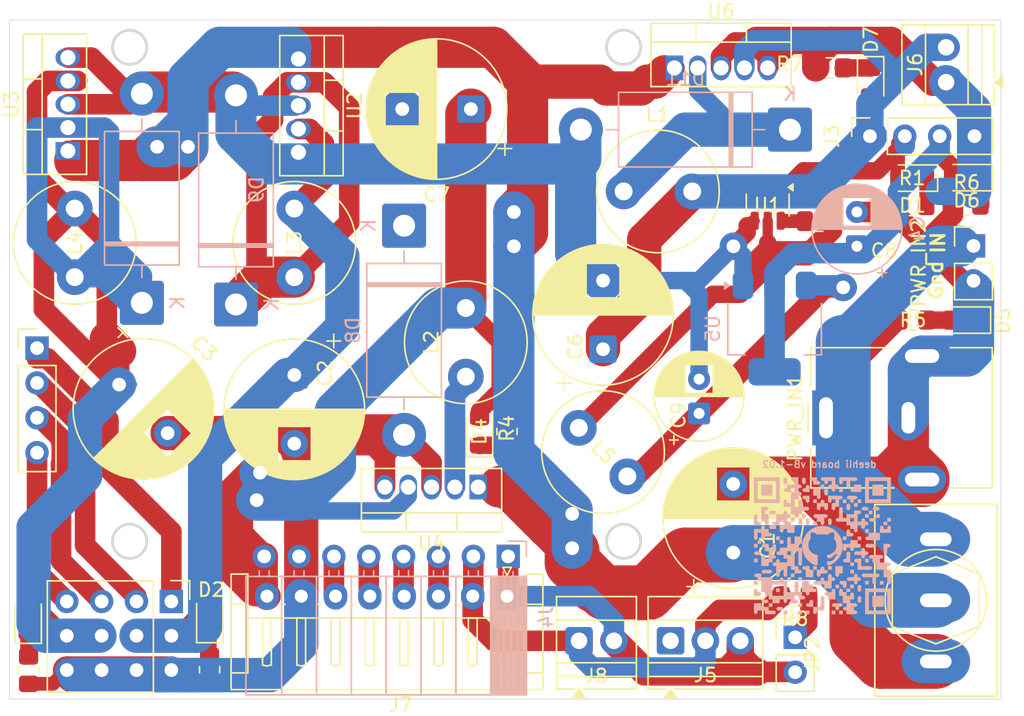
<source format=kicad_pcb>
(kicad_pcb (version 20241229) (generator "pcbnew") (generator_version "9.0")
  (layers (0 "F.Cu" signal) (2 "B.Cu" signal) (13 "F.Paste" user) (15 "B.Paste" user) (5 "F.SilkS" user "F.Silkscreen") (7 "B.SilkS" user "B.Silkscreen") (1 "F.Mask" user) (3 "B.Mask" user) (25 "Edge.Cuts" user))
  (net 0 "")
  (net 1 "GND")
  (net 2 "Net-(D1-K)")
  (net 3 "5V_Other")
  (net 4 "Net-(D3-K)")
  (net 5 "15V_ZDT")
  (net 6 "Net-(D2-K)")
  (net 7 "Net-(D4-K)")
  (net 8 "Net-(D5-A)")
  (net 9 "Net-(J1-Pin_1)")
  (net 10 "CAN_L")
  (net 11 "Net-(J1-Pin_4)")
  (net 12 "Net-(J1-Pin_2)")
  (net 13 "Net-(J1-Pin_3)")
  (net 14 "Net-(PWR_IN2-Pin_1)")
  (net 15 "CAN_H")
  (net 16 "15V_Other")
  (net 17 "3.3V_Other")
  (net 18 "Net-(D6-K)")
  (net 19 "Net-(D7-K)")
  (net 20 "Net-(JP2-A)")
  (net 21 "Net-(SW1A-B)")
  (net 22 "5V_Servo12")
  (net 23 "5V_Servo34")
  (net 24 "Net-(J4-Pin_6)")
  (net 25 "Net-(J4-Pin_3)")
  (net 26 "Net-(J4-Pin_5)")
  (net 27 "Net-(J4-Pin_4)")
  (net 28 "Net-(D8-K)")
  (net 29 "Net-(D9-K)")
  (net 30 "Net-(D11-K)")
  (net 31 "Net-(D10-K)")
  (net 32 "Net-(U1-SW)")
  (net 33 "Net-(U1-BST)")
  (footprint "LED_SMD:LED_0805_2012Metric_Pad1.15x1.40mm_HandSolder" (layer "F.Cu") (at 167.513299 95.218512 -90)
    (property "Reference" "D7")
    (property "Value" "LED")
  )
  (footprint "Inductor_THT:L_Radial_D8.7mm_P5.00mm_Fastron_07HCP" (layer "F.Cu") (at 125.513299 109.428512 90)
    (property "Reference" "L3")
    (property "Value" "100u")
  )
  (footprint "TerminalBlock:TerminalBlock_Xinya_XY308-2.54-2P_1x02_P2.54mm_Horizontal" (layer "F.Cu") (at 173.013299 95.218512 90)
    (property "Reference" "J6")
    (property "Value" "BoardPWR")
  )
  (footprint "Connector_PinHeader_2.54mm:PinHeader_1x02_P2.54mm_Vertical" (layer "F.Cu") (at 175.013299 107.153512)
    (property "Reference" "PWR_IN2")
    (property "Value" "Conn_01x02_Pin" (hide yes))
  )
  (footprint "Capacitor_THT:CP_Radial_D10.0mm_P5.00mm" (layer "F.Cu") (at 148.013299 114.678512 90)
    (property "Reference" "C6")
    (property "Value" "Cpol 1000uF")
  )
  (footprint "Connector_JST:JST_EH_S8B-EH_1x08_P2.50mm_Horizontal" (layer "F.Cu") (at 141.018299 132.678512 180)
    (property "Reference" "J7")
    (property "Value" "ZDT_Connector")
  )
  (footprint "TerminalBlock:TerminalBlock_Xinya_XY308-2.54-3P_1x03_P2.54mm_Horizontal" (layer "F.Cu") (at 152.933299 135.928512)
    (property "Reference" "J5")
    (property "Value" "CAN_Ext")
  )
  (footprint "Capacitor_THT:CP_Radial_D10.0mm_P5.00mm" (layer "F.Cu") (at 138.380976 97.178512 180)
    (property "Reference" "C7")
    (property "Value" "Cpol 1000uF")
  )
  (footprint "Capacitor_THT:CP_Radial_D10.0mm_P5.00mm" (layer "F.Cu") (at 112.745532 117.257058 -45)
    (property "Reference" "C3")
    (property "Value" "Cpol 1000uF")
  )
  (footprint "Capacitor_THT:CP_Radial_D6.3mm_P2.50mm" (layer "F.Cu") (at 155.013299 119.360892 90)
    (property "Reference" "C9")
    (property "Value" "Cpol 2x22uF")
  )
  (footprint "LED_SMD:LED_0805_2012Metric_Pad1.15x1.40mm_HandSolder" (layer "F.Cu") (at 106.116638 134.255349 90)
    (property "Reference" "D3" (hide yes))
    (property "Value" "LED" (hide yes))
  )
  (footprint "Connector_PinSocket_2.54mm:PinSocket_1x04_P2.54mm_Vertical" (layer "F.Cu") (at 167.463299 99.153512 90)
    (property "Reference" "J3")
    (property "Value" "Vcc_Out")
  )
  (footprint "Capacitor_THT:CP_Radial_D10.0mm_P5.00mm" (layer "F.Cu") (at 157.5 129.5 90)
    (property "Reference" "C1")
    (property "Value" "Cpol 1000uF")
  )
  (footprint "Resistor_SMD:R_0805_2012Metric_Pad1.20x1.40mm_HandSolder" (layer "F.Cu") (at 170.600924 112.554766 180)
    (property "Reference" "R5")
    (property "Value" "50k")
  )
  (footprint "Resistor_SMD:R_0805_2012Metric_Pad1.20x1.40mm_HandSolder" (layer "F.Cu") (at 162.013299 132.678512 180)
    (property "Reference" "R8")
    (property "Value" "120R")
  )
  (footprint "Inductor_THT:L_Radial_D8.7mm_P5.00mm_Fastron_07HCP" (layer "F.Cu") (at 146.245532 120.410745 -45)
    (property "Reference" "L5")
    (property "Value" "4.7u")
  )
  (footprint "LED_SMD:LED_0805_2012Metric_Pad1.15x1.40mm_HandSolder" (layer "F.Cu") (at 174.39892 112.559634 180)
    (property "Reference" "D5")
    (property "Value" "LED" (hide yes))
  )
  (footprint "Package_TO_SOT_THT:TO-220-5_Vertical" (layer "F.Cu") (at 109.013299 100.228512 90)
    (property "Reference" "U3")
    (property "Value" "LM2576HVT-5")
  )
  (footprint "Resistor_SMD:R_0805_2012Metric_Pad1.20x1.40mm_HandSolder" (layer "F.Cu") (at 119.339353 138.032664 90)
    (property "Reference" "R3" (hide yes))
    (property "Value" "5k")
  )
  (footprint "Package_TO_SOT_SMD:TSOT-23-6" (layer "F.Cu") (at 160.013299 104.178512 -90)
    (property "Reference" "U1")
    (property "Value" "AP63205WU")
  )
  (footprint "Package_TO_SOT_THT:TO-220-5_Vertical" (layer "F.Cu") (at 153.213299 94.178512)
    (property "Reference" "U6")
    (property "Value" "LM2576HVT-15")
  )
  (footprint "custom:PinHeader_3x04_P2.54mm_Vertical" (layer "F.Cu") (at 116.513299 135.562155 -90)
    (property "Reference" "J1" (hide yes))
    (property "Value" "Servo_Out" (hide yes))
  )
  (footprint "Resistor_SMD:R_0805_2012Metric_Pad1.20x1.40mm_HandSolder" (layer "F.Cu") (at 174.513299 104.178512)
    (property "Reference" "R6")
    (property "Value" "1k")
  )
  (footprint "Connector_PinHeader_2.54mm:PinHeader_1x04_P2.54mm_Vertical" (layer "F.Cu") (at 106.763299 114.598512)
    (property "Reference" "J2" (hide yes))
    (property "Value" "PWM_In")
  )
  (footprint "Capacitor_THT:CP_Radial_D10.0mm_P5.00mm" (layer "F.Cu") (at 125.513299 116.560835 -90)
    (property "Reference" "C2")
    (property "Value" "Cpol 1000uF")
  )
  (footprint "Resistor_SMD:R_0805_2012Metric_Pad1.20x1.40mm_HandSolder" (layer "F.Cu") (at 164.513299 94.178512)
    (property "Reference" "R7")
    (property "Value" "15k")
  )
  (footprint "Inductor_THT:L_Radial_D8.7mm_P5.00mm_Fastron_07HCP" (layer "F.Cu") (at 149.513299 103.178512)
    (property "Reference" "L1")
    (property "Value" "100u")
  )
  (footprint "Resistor_SMD:R_0805_2012Metric_Pad1.20x1.40mm_HandSolder" (layer "F.Cu") (at 170.562639 104.209763)
    (property "Reference" "R1")
    (property "Value" "5k")
  )
  (footprint "LED_SMD:LED_0805_2012Metric_Pad1.15x1.40mm_HandSolder" (layer "F.Cu") (at 170.537639 102.209763 180)
    (property "Reference" "D1")
    (property "Value" "LED")
  )
  (footprint "Connector_BarrelJack:BarrelJack_CUI_PJ-063AH_Horizontal" (layer "F.Cu") (at 164.263299 119.678512 90)
    (property "Reference" "PWR_IN1")
    (property "Value" "Barrel_Jack_MountingPin" (hide yes))
  )
  (footprint "Connector_PinHeader_2.54mm:PinHeader_1x02_P2.54mm_Vertical" (layer "F.Cu") (at 162.013299 135.678512)
    (property "Reference" "JP2")
    (property "Value" "Jumper_120R")
  )
  (footprint "LED_SMD:LED_0805_2012Metric_Pad1.15x1.40mm_HandSolder" (layer "F.Cu") (at 119.35342 134.20813 90)
    (property "Reference" "D2")
    (property "Value" "LED")
  )
  (footprint "LED_SMD:LED_0805_2012Metric_Pad1.15x1.40mm_HandSolder" (layer "F.Cu") (at 174.513299 102.178512 180)
    (property "Reference" "D6")
    (property "Value" "LED")
  )
  (footprint "Resistor_SMD:R_0805_2012Metric_Pad1.20x1.40mm_HandSolder" (layer "F.Cu") (at 106.149498 138.065719 90)
    (property "Reference" "R2" (hide yes))
    (property "Value" "5k" (hide yes))
  )
  (footprint "Capacitor_SMD:C_0805_2012Metric_Pad1.18x1.45mm_HandSolder" (layer "F.Cu") (at 163.761571 105.347482)
    (property "Reference" "C8")
    (property "Value" "100nF")
  )
  (footprint "Inductor_THT:L_Radial_D8.7mm_P5.00mm_Fastron_07HCP" (layer "F.Cu") (at 109.513299 109.428512 90)
    (property "Reference" "L4")
    (property "Value" "100u")
  )
  (footprint "TerminalBlock:TerminalBlock_Xinya_XY308-2.54-2P_1x02_P2.54mm_Horizontal" (layer "F.Cu") (at 146.263299 135.928512)
    (property "Reference" "J8")
    (property "Value" "BoardCAN")
  )
  (footprint "LED_SMD:LED_0805_2012Metric_Pad1.15x1.40mm_HandSolder" (layer "F.Cu") (at 139.013299 120.678512 90)
    (property "Reference" "D4")
    (property "Value" "LED")
  )
  (footprint "custom:SW_Toggle_Blue_wSlots" (layer "F.Cu") (at 172.263299 132.978512 90)
    (property "Reference" "SW1" (hide yes))
    (property "Value" "SW_DPDT_x2")
  )
  (footprint "Inductor_THT:L_Radial_D8.7mm_P5.00mm_Fastron_07HCP" (layer "F.Cu") (at 138.013299 116.678512 90)
    (property "Reference" "L2")
    (property "Value" "100u")
  )
  (footprint "Package_TO_SOT_THT:TO-220-5_Vertical" (layer "F.Cu") (at 138.913299 124.728512 180)
    (property "Reference" "U4")
    (property "Value" "LM2576HVT-15")
  )
  (footprint "Resistor_SMD:R_0805_2012Metric_Pad1.20x1.40mm_HandSolder" (layer "F.Cu") (at 141.013299 120.678512 -90)
    (property "Reference" "R4")
    (property "Value" "15k")
  )
  (footprint "Package_TO_SOT_THT:TO-220-5_Vertical" (layer "F.Cu") (at 125.813299 93.528512 -90)
    (property "Reference" "U2")
    (property "Value" "LM2576HVT-5")
  )
  (footprint "Package_TO_SOT_SMD:SOT-223-3_TabPin2" (layer "B.Cu") (at 160.513299 113.178512 -90)
    (property "Reference" "U5")
    (property "Value" "LD1117S33TR_SOT223")
  )
  (footprint "Diode_THT:D_DO-201AD_P15.24mm_Horizontal" (layer "B.Cu") (at 121.263299 111.418512 90)
    (property "Reference" "D9")
    (property "Value" "1N5822" (hide yes))
  )
  (footprint "Diode_THT:D_DO-201AD_P15.24mm_Horizontal" (layer "B.Cu") (at 133.513299 105.678512 -90)
    (property "Reference" "D8")
    (property "Value" "1N5822")
  )
  (footprint "Connector_PinSocket_2.54mm:PinSocket_1x08_P2.54mm_Horizontal" (layer "B.Cu") (at 141.098299 129.778512 90)
    (property "Reference" "J4")
    (property "Value" "ZDT_Pins")
  )
  (footprint "LOGO" (layer "B.Cu") (at 164 129 180)
    (property "Reference" "G***" (hide yes))
    (property "Value" "LOGO" (hide yes))
  )
  (footprint "Diode_THT:D_DO-201AD_P15.24mm_Horizontal" (layer "B.Cu") (at 114.402734 111.298512 90)
    (property "Reference" "D10" (hide yes))
    (property "Value" "1N5822")
  )
  (footprint "Capacitor_THT:CP_Radial_D6.3mm_P2.50mm" (layer "B.Cu") (at 166.513299 107.178512 90)
    (property "Reference" "C4")
    (property "Value" "Cpol 100uF" (hide yes))
  )
  (footprint "Diode_THT:D_DO-201AD_P15.24mm_Horizontal" (layer "B.Cu") (at 161.633299 98.678512 180)
    (property "Reference" "D11")
    (property "Value" "1N5822")
  )
  (gr_rect (start 104.763299 90.678512) (end 177.013299 140.178512) (stroke (width 0.05)) (fill no) (layer "Edge.Cuts"))
  (gr_circle (center 149.513299 128.678512) (end 150.763299 128.678512) (stroke (width 0.2)) (fill no) (layer "Edge.Cuts"))
  (gr_circle (center 113.513299 128.678512) (end 114.763299 128.678512) (stroke (width 0.2)) (fill no) (layer "Edge.Cuts"))
  (gr_circle (center 113.513299 92.678512) (end 114.763299 92.678512) (stroke (width 0.2)) (fill no) (layer "Edge.Cuts"))
  (gr_circle (center 149.513299 92.678512) (end 150.763299 92.678512) (stroke (width 0.2)) (fill no) (layer "Edge.Cuts"))
  (gr_text "Gnd" (at 172.849978 111.186596 90) (layer "F.SilkS") (effects (font (size 1 1) (thickness 0.2) (bold yes)) (justify left bottom)))
  (gr_text "IN" (at 173.013299 107.813014 90) (layer "F.SilkS") (effects (font (size 1 1) (thickness 0.2) (bold yes)) (justify left bottom)))
  (gr_text "deehli board vB-1.02" (at 168 123.359238 0) (layer "B.SilkS") (effects (font (size 0.5 0.5) (thickness 0.1)) (justify left bottom mirror)))
  (segment (start 157.655321 92.327512) (end 158.971277 92.327512) (width 1.5) (layer "F.Cu") (net 1))
  (segment (start 166.513299 135.678512) (end 166.513299 127.178512) (width 4) (layer "F.Cu") (net 1))
  (segment (start 109.262299 138.677512) (end 110.263299 138.677512) (width 2) (layer "F.Cu") (net 1))
  (segment (start 127.165622 120.918512) (end 127.039702 120.792592) (width 2.5) (layer "F.Cu") (net 1))
  (segment (start 171.342868 106.848943) (end 174.187438 109.693512) (width 1.5) (layer "F.Cu") (net 1))
  (segment (start 172.263299 137.428512) (end 168.263299 137.428512) (width 4) (layer "F.Cu") (net 1))
  (segment (start 135.513299 122.918512) (end 135.513299 124.728512) (width 1.5) (layer "F.Cu") (net 1))
  (segment (start 158.513299 106.178512) (end 157.513299 107.178512) (width 1.27) (layer "F.Cu") (net 1))
  (segment (start 171.542868 106.848943) (end 171.342868 106.848943) (width 1.5) (layer "F.Cu") (net 1))
  (segment (start 110.72635 93.428512) (end 109.013299 93.428512) (width 1.5) (layer "F.Cu") (net 1))
  (segment (start 158.875799 105.316012) (end 158.513299 105.678512) (width 0.75) (layer "F.Cu") (net 1))
  (segment (start 170.263299 123.076512) (end 170.212299 123.127512) (width 3) (layer "F.Cu") (net 1))
  (segment (start 158.971277 92.327512) (end 160.013299 93.369534) (width 1.5) (layer "F.Cu") (net 1))
  (segment (start 162.013299 92.178512) (end 163.013299 92.178512) (width 1.27) (layer "F.Cu") (net 1))
  (segment (start 169.013299 92.178512) (end 164.654349 92.178512) (width 2) (layer "F.Cu") (net 1))
  (segment (start 175.42392 112.559634) (end 175.42392 110.104133) (width 1.27) (layer "F.Cu") (net 1))
  (segment (start 116.553299 138.062155) (end 117.523808 139.032664) (width 1) (layer "F.Cu") (net 1))
  (segment (start 141.013299 119.678512) (end 141.713299 119.678512) (width 1.27) (layer "F.Cu") (net 1))
  (segment (start 127.165622 120.918512) (end 130.513299 120.918512) (width 3) (layer "F.Cu") (net 1))
  (segment (start 164.654349 92.178512) (end 163.013299 92.178512) (width 2) (layer "F.Cu") (net 1))
  (segment (start 127.039702 120.792592) (end 123.013299 120.792592) (width 2.5) (layer "F.Cu") (net 1))
  (segment (start 124.745056 120.792592) (end 125.513299 121.560835) (width 2.5) (layer "F.Cu") (net 1))
  (segment (start 133.513299 120.918512) (end 135.513299 122.918512) (width 1.5) (layer "F.Cu") (net 1))
  (segment (start 169.172438 104.678512) (end 171.342868 106.848943) (width 1.5) (layer "F.Cu") (net 1))
  (segment (start 169.562639 104.909763) (end 170.331388 105.678512) (width 1) (layer "F.Cu") (net 1))
  (segment (start 159.063299 105.316012) (end 158.875799 105.316012) (width 0.75) (layer "F.Cu") (net 1))
  (segment (start 156.613299 94.178512) (end 156.613299 93.369534) (width 1.5) (layer "F.Cu") (net 1))
  (segment (start 163.513299 124.5) (end 168.839811 124.5) (width 4) (layer "F.Cu") (net 1))
  (segment (start 173.013299 108.895593) (end 173.811218 109.693512) (width 1) (layer "F.Cu") (net 1))
  (segment (start 171.263299 124.178512) (end 169.513299 124.178512) (width 4) (layer "F.Cu") (net 1))
  (segment (start 166.191811 127.178512) (end 163.513299 124.5) (width 4) (layer "F.Cu") (net 1))
  (segment (start 116.281066 120.792592) (end 123.013299 120.792592) (width 2.5) (layer "F.Cu") (net 1))
  (segment (start 173.513299 104.178512) (end 173.513299 104.878512) (width 1.5) (layer "F.Cu") (net 1))
  (segment (start 108.933299 138.062155) (end 108.933299 138.348512) (width 2) (layer "F.Cu") (net 1))
  (segment (start 158.513299 105.678512) (end 158.513299 106.178512) (width 1.27) (layer "F.Cu") (net 1))
  (segment (start 109.013299 96.828512) (end 113.5292 96.828512) (width 1.5) (layer "F.Cu") (net 1))
  (segment (start 114.4192 95.938512) (end 121.023299 95.938512) (width 3) (layer "F.Cu") (net 1))
  (segment (start 168.839811 124.5) (end 170.212299 123.127512) (width 4) (layer "F.Cu") (net 1))
  (segment (start 132.113299 122.518512) (end 130.513299 120.918512) (width 1.5) (layer "F.Cu") (net 1))
  (segment (start 123.013299 120.792592) (end 124.745056 120.792592) (width 2.5) (layer "F.Cu") (net 1))
  (segment (start 163.013299 92.178512) (end 159.175831 92.178512) (width 2) (layer "F.Cu") (net 1))
  (segment (start 106.149498 139.065719) (end 107.929735 139.065719) (width 1) (layer "F.Cu") (net 1))
  (segment (start 166.513299 127.178512) (end 166.191811 127.178512) (width 4) (layer "F.Cu") (net 1))
  (segment (start 132.113299 124.728512) (end 132.113299 122.518512) (width 1.5) (layer "F.Cu") (net 1))
  (segment (start 168.263299 137.428512) (end 166.513299 135.678512) (width 4) (layer "F.Cu") (net 1))
  (segment (start 126.018299 122.065835) (end 126.018299 132.678512) (width 2.5) (layer "F.Cu") (net 1))
  (segment (start 175.42392 110.104133) (end 175.013299 109.693512) (width 1.27) (layer "F.Cu") (net 1))
  (segment (start 130.513299 120.918512) (end 133.513299 120.918512) (width 3) (layer "F.Cu") (net 1))
  (segment (start 171.263299 124.178512) (end 170.212299 123.127512) (width 4) (layer "F.Cu") (net 1))
  (segment (start 156.613299 93.369534) (end 157.655321 92.327512) (width 1.5) (layer "F.Cu") (net 1))
  (segment (start 108.933299 138.348512) (end 109.262299 138.677512) (width 2) (layer "F.Cu") (net 1))
  (segment (start 117.523808 139.032664) (end 119.339353 139.032664) (width 1) (layer "F.Cu") (net 1))
  (segment (start 132.113299 124.728512) (end 132.113299 122.318512) (width 1.5) (layer "F.Cu") (net 1))
  (segment (start 157.5 124.5) (end 163.513299 124.5) (width 4) (layer "F.Cu") (net 1))
  (segment (start 132.113299 122.318512) (end 133.513299 120.918512) (width 1.5) (layer "F.Cu") (net 1))
  (segment (start 169.513299 124.178512) (end 166.513299 127.178512) (width 4) (layer "F.Cu") (net 1))
  (segment (start 163.513299 93.319562) (end 163.513299 94.178512) (width 2) (layer "F.Cu") (net 1))
  (segment (start 108.933299 138.062155) (end 116.553299 138.062155) (width 2) (layer "F.Cu") (net 1))
  (segment (start 110.72635 93.428512) (end 113.252816 95.954978) (width 1.5) (layer "F.Cu") (net 1))
  (segment (start 173.811218 109.693512) (end 175.013299 109.693512) (width 1) (layer "F.Cu") (net 1))
  (segment (start 174.187438 109.693512) (end 175.013299 109.693512) (width 1.5) (layer "F.Cu") (net 1))
  (segment (start 173.013299 95.218512) (end 172.053299 95.218512) (width 2) (layer "F.Cu") (net 1))
  (segment (start 113.252816 95.954978) (end 114.402734 95.954978) (width 1.5) (layer "F.Cu") (net 1))
  (segment (start 110.263299 138.677512) (end 116.513299 138.677512) (width 2) (layer "F.Cu") (net 1))
  (segment (start 114.402734 95.954978) (end 114.4192 95.938512) (width 3) (layer "F.Cu") (net 1))
  (segment (start 173.513299 104.878512) (end 171.542868 106.848943) (width 1.5) (layer "F.Cu") (net 1))
  (segment (start 121.023299 95.938512) (end 121.263299 96.178512) (width 3) (layer "F.Cu") (net 1))
  (segment (start 166.513299 104.678512) (end 169.172438 104.678512) (width 1.5) (layer "F.Cu") (net 1))
  (segment (start 160.013299 94.178512) (end 162.013299 92.178512) (width 1.27) (layer "F.Cu") (net 1))
  (segment (start 126.018299 122.065835) (end 127.165622 120.918512) (width 3) (layer "F.Cu") (net 1))
  (segment (start 107.929735 139.065719) (end 108.933299 138.062155) (width 1) (layer "F.Cu") (net 1))
  (segment (start 113.5292 96.828512) (end 114.402734 95.954978) (width 1.5) (layer "F.Cu") (net 1))
  (segment (start 125.513299 121.560835) (end 126.018299 122.065835) (width 2.5) (layer "F.Cu") (net 1))
  (segment (start 125.858299 132.523512) (end 126.013299 132.678512) (width 1.5) (layer "F.Cu") (net 1))
  (segment (start 169.562639 104.209763) (end 169.562639 104.909763) (width 1) (layer "F.Cu") (net 1))
  (segment (start 172.053299 95.218512) (end 169.013299 92.178512) (width 2) (layer "F.Cu") (net 1))
  (segment (start 164.654349 92.178512) (end 163.513299 93.319562) (width 2) (layer "F.Cu") (net 1))
  (segment (start 160.013299 93.369534) (end 160.013299 94.178512) (width 1.5) (layer "F.Cu") (net 1))
  (segment (start 170.263299 119.678512) (end 170.263299 123.076512) (width 3) (layer "F.Cu") (net 1))
  (via (at 157.513299 107.178512) (size 2) (drill 1) (layers "F.Cu" "B.Cu") (net 1))
  (segment (start 118.513299 138.427512) (end 120.013299 138.427512) (width 2.5) (layer "B.Cu") (net 1))
  (segment (start 175.053299 103.178512) (end 175.053299 99.183512) (width 2) (layer "B.Cu") (net 1))
  (segment (start 175.053299 103.178512) (end 175.053299 97.258512) (width 2.5) (layer "B.Cu") (net 1))
  (segment (start 116.553299 138.218512) (end 117.013299 138.678512) (width 2) (layer "B.Cu") (net 1))
  (segment (start 146.393299 98.678512) (end 146.393299 100.798512) (width 3) (layer "B.Cu") (net 1))
  (segment (start 175.012299 114.679512) (end 175.012299 111.678512) (width 3) (layer "B.Cu") (net 1))
  (segment (start 155.013299 110.678512) (end 155.013299 116.860892) (width 1.27) (layer "B.Cu") (net 1))
  (segment (start 133.513299 101.178512) (end 123.488799 101.178512) (width 3) (layer "B.Cu") (net 1))
  (segment (start 146.013299 101.178512) (end 146.013299 107.678512) (width 3) (layer "B.Cu") (net 1))
  (segment (start 133.513299 101.178512) (end 146.013299 101.178512) (width 3) (layer "B.Cu") (net 1))
  (segment (start 116.553299 138.062155) (end 116.553299 138.218512) (width 2) (layer "B.Cu") (net 1))
  (segment (start 175.083299 97.288512) (end 173.013299 95.218512) (width 2) (layer "B.Cu") (net 1))
  (segment (start 148.013299 109.678512) (end 154.013299 109.678512) (width 1.27) (layer "B.Cu") (net 1))
  (segment (start 125.563299 96.928512) (end 122.013299 96.928512) (width 1.5) (layer "B.Cu") (net 1))
  (segment (start 133.380976 101.046189) (end 133.513299 101.178512) (width 3) (layer "B.Cu") (net 1))
  (segment (start 175.012299 111.678512) (end 175.012299 110.477117) (width 3) (layer "B.Cu") (net 1))
  (segment (start 121.263299 98.953012) (end 121.263299 96.178512) (width 3) (layer "B.Cu") (net 1))
  (segment (start 172.513299 103.178512) (end 175.053299 103.178512) (width 2) (layer "B.Cu") (net 1))
  (segment (start 123.764299 138.427512) (end 126.018299 136.173512) (width 2.5) (layer "B.Cu") (net 1))
  (segment (start 175.083299 99.153512) (end 175.083299 97.288512) (width 2) (layer "B.Cu") (net 1))
  (segment (start 170.263299 116.178512) (end 170.263299 119.678512) (width 3) (layer "B.Cu") (net 1))
  (segment (start 174.513299 115.178512) (end 175.012299 114.679512) (width 3) (layer "B.Cu") (net 1))
  (segment (start 158.213299 107.878512) (end 157.513299 107.178512) (width 1.27) (layer "B.Cu") (net 1))
  (segment (start 175.012299 111.678512) (end 175.012299 111.179512) (width 3) (layer "B.Cu") (net 1))
  (segment (start 120.013299 138.427512) (end 109.513299 138.427512) (width 2.5) (layer "B.Cu") (net 1))
  (segment (start 155.013299 109.678512) (end 157.513299 107.178512) (width 1.27) (layer "B.Cu") (net 1))
  (segment (start 133.380976 97.178512) (end 133.380976 101.046189) (width 3) (layer "B.Cu") (net 1))
  (segment (start 146.393299 100.798512) (end 146.013299 101.178512) (width 3) (layer "B.Cu") (net 1))
  (segment (start 175.053299 97.258512) (end 173.013299 95.218512) (width 2.5) (layer "B.Cu") (net 1))
  (segment (start 146.013299 107.678512) (end 148.013299 109.678512) (width 3) (layer "B.Cu") (net 1))
  (segment (start 158.213299 110.028512) (end 158.213299 107.878512) (width 1.27) (layer "B.Cu") (net 1))
  (segment (start 154.013299 109.678512) (end 155.013299 110.678512) (width 1.27) (layer "B.Cu") (net 1))
  (segment (start 123.488799 101.178512) (end 121.263299 98.953012) (width 3) (layer "B.Cu") (net 1))
  (segment (start 171.263299 115.178512) (end 170.263299 116.178512) (width 3) (layer "B.Cu") (net 1))
  (segment (start 175.053299 99.183512) (end 175.083299 99.153512) (width 2) (layer "B.Cu") (net 1))
  (segment (start 118.513299 138.427512) (end 117.013299 138.427512) (width 2.5) (layer "B.Cu") (net 1))
  (segment (start 126.018299 136.173512) (end 126.018299 132.678512) (width 2.5) (layer "B.Cu") (net 1))
  (segment (start 175.012299 111.179512) (end 175.013299 111.178512) (width 3) (layer "B.Cu") (net 1))
  (segment (start 118.513299 138.427512) (end 114.513299 138.427512) (width 2.5) (layer "B.Cu") (net 1))
  (segment (start 171.263299 115.178512) (end 174.513299 115.178512) (width 3) (layer "B.Cu") (net 1))
  (segment (start 120.013299 138.427512) (end 123.764299 138.427512) (width 2.5) (layer "B.Cu") (net 1))
  (segment (start 154.013299 109.678512) (end 155.013299 109.678512) (width 1.27) (layer "B.Cu") (net 1))
  (segment (start 122.013299 96.928512) (end 121.263299 96.178512) (width 1.5) (layer "B.Cu") (net 1))
  (segment (start 171.562639 102.209763) (end 171.562639 104.209763) (width 1) (layer "F.Cu") (net 2))
  (segment (start 165.513299 110.178512) (end 164.195679 110.178512) (width 1.5) (layer "F.Cu") (net 3))
  (segment (start 150.427912 123.946279) (end 155.013299 119.360892) (width 1.5) (layer "F.Cu") (net 3))
  (segment (start 169.512639 102.209763) (end 169.512639 99.644172) (width 1) (layer "F.Cu") (net 3))
  (segment (start 169.512639 99.644172) (end 170.003299 99.153512) (width 1) (layer "F.Cu") (net 3))
  (segment (start 161.25444 103.041012) (end 162.61694 101.678512) (width 1.27) (layer "F.Cu") (net 3))
  (segment (start 162.61694 101.678512) (end 168.013299 101.678512) (width 1.27) (layer "F.Cu") (net 3))
  (segment (start 168.013299 101.678512) (end 170.003299 99.688512) (width 1.27) (layer "F.Cu") (net 3))
  (segment (start 149.781066 123.946279) (end 150.427912 123.946279) (width 1.5) (layer "F.Cu") (net 3))
  (segment (start 170.003299 99.688512) (end 170.003299 99.153512) (width 1.27) (layer "F.Cu") (net 3))
  (segment (start 164.195679 110.178512) (end 155.013299 119.360892) (width 1.5) (layer "F.Cu") (net 3))
  (via (at 165.513299 110.178512) (size 2) (drill 1) (layers "F.Cu" "B.Cu") (net 3))
  (segment (start 165.363299 110.028512) (end 165.513299 110.178512) (width 1.5) (layer "B.Cu") (net 3))
  (segment (start 170.003299 99.153512) (end 170.003299 99.843968) (width 1.5) (layer "B.Cu") (net 3))
  (segment (start 162.813299 110.028512) (end 165.363299 110.028512) (width 1.5) (layer "B.Cu") (net 3))
  (segment (start 106.037098 135.370912) (end 106.037098 137.154713) (width 1) (layer "F.Cu") (net 4))
  (segment (start 106.037098 137.154713) (end 106.013299 137.178512) (width 1) (layer "F.Cu") (net 4))
  (segment (start 140.513299 117.678512) (end 140.513299 114.178512) (width 1.27) (layer "F.Cu") (net 5))
  (segment (start 121.013299 127.678512) (end 121.013299 125.678512) (width 3) (layer "F.Cu") (net 5))
  (segment (start 122.768299 123.923512) (end 123.013299 123.678512) (width 2.5) (layer "F.Cu") (net 5))
  (segment (start 138.013299 97.546189) (end 138.380976 97.178512) (width 3) (layer "F.Cu") (net 5))
  (segment (start 122.768299 125.678512) (end 122.768299 123.923512) (width 2.5) (layer "F.Cu") (net 5))
  (segment (start 139.013299 119.653512) (end 139.013299 119.178512) (width 1.27) (layer "F.Cu") (net 5))
  (segment (start 123.318299 129.778512) (end 123.318299 132.478512) (width 2) (layer "F.Cu") (net 5))
  (segment (start 123.518299 132.678512) (end 122.768299 131.928512) (width 2) (layer "F.Cu") (net 5))
  (segment (start 139.013299 119.178512) (end 140.513299 117.678512) (width 1.27) (layer "F.Cu") (net 5))
  (segment (start 122.768299 131.928512) (end 121.013299 130.173512) (width 3) (layer "F.Cu") (net 5))
  (segment (start 121.013299 130.173512) (end 121.013299 127.678512) (width 3) (layer "F.Cu") (net 5))
  (segment (start 138.013299 111.678512) (end 138.013299 97.546189) (width 3) (layer "F.Cu") (net 5))
  (segment (start 123.318299 132.478512) (end 123.518299 132.678512) (width 2) (layer "F.Cu") (net 5))
  (segment (start 121.013299 125.678512) (end 122.768299 123.923512) (width 3) (layer "F.Cu") (net 5))
  (segment (start 123.113299 129.778512) (end 121.013299 127.678512) (width 2) (layer "F.Cu") (net 5))
  (segment (start 140.513299 114.178512) (end 138.013299 111.678512) (width 1.27) (layer "F.Cu") (net 5))
  (segment (start 123.318299 129.778512) (end 123.113299 129.778512) (width 2) (layer "F.Cu") (net 5))
  (via (at 123.013299 123.678512) (size 2) (drill 1) (layers "F.Cu" "B.Cu") (net 5))
  (via (at 122.768299 125.678512) (size 2) (drill 1) (layers "F.Cu" "B.Cu") (net 5))
  (segment (start 125.013299 125.678512) (end 123.013299 123.678512) (width 3) (layer "B.Cu") (net 5))
  (segment (start 133.813299 124.728512) (end 133.813299 125.374856) (width 1.27) (layer "B.Cu") (net 5))
  (segment (start 132.723643 126.464512) (end 126.799299 126.464512) (width 1.27) (layer "B.Cu") (net 5))
  (segment (start 126.799299 126.464512) (end 126.013299 125.678512) (width 1.27) (layer "B.Cu") (net 5))
  (segment (start 128.513299 119.178512) (end 128.513299 123.178512) (width 3) (layer "B.Cu") (net 5))
  (segment (start 128.513299 123.178512) (end 126.013299 125.678512) (width 3) (layer "B.Cu") (net 5))
  (segment (start 133.813299 125.374856) (end 132.723643 126.464512) (width 1.27) (layer "B.Cu") (net 5))
  (segment (start 138.013299 111.678512) (end 136.013299 111.678512) (width 3) (layer "B.Cu") (net 5))
  (segment (start 136.013299 111.678512) (end 128.513299 119.178512) (width 3) (layer "B.Cu") (net 5))
  (segment (start 126.013299 125.678512) (end 125.013299 125.678512) (width 2.5) (layer "B.Cu") (net 5))
  (segment (start 126.013299 125.678512) (end 122.768299 125.678512) (width 3) (layer "B.Cu") (net 5))
  (segment (start 119.35342 137.018597) (end 119.339353 137.032664) (width 1) (layer "F.Cu") (net 6))
  (segment (start 119.378765 137.164445) (end 119.364698 137.178512) (width 1.27) (layer "F.Cu") (net 6))
  (segment (start 119.35342 135.23313) (end 119.35342 137.018597) (width 1) (layer "F.Cu") (net 6))
  (segment (start 141.013299 121.678512) (end 139.038299 121.678512) (width 1.27) (layer "F.Cu") (net 7))
  (segment (start 139.038299 121.678512) (end 139.013299 121.703512) (width 1.27) (layer "F.Cu") (net 7))
  (segment (start 173.37392 112.559634) (end 171.605792 112.559634) (width 1.27) (layer "F.Cu") (net 8))
  (segment (start 171.605792 112.559634) (end 171.600924 112.554766) (width 1.27) (layer "F.Cu") (net 8))
  (segment (start 107.509298 115.337512) (end 108.564299 116.392513) (width 1.5) (layer "F.Cu") (net 9))
  (segment (start 106.763299 115.337512) (end 107.509298 115.337512) (width 1.5) (layer "F.Cu") (net 9))
  (segment (start 108.564299 116.418358) (end 111.964299 119.818358) (width 1.5) (layer "F.Cu") (net 9))
  (segment (start 116.553299 127.968512) (end 116.553299 133.062155) (width 1.5) (layer "F.Cu") (net 9))
  (segment (start 111.966299 123.381512) (end 116.553299 127.968512) (width 1.5) (layer "F.Cu") (net 9))
  (segment (start 111.9663 120.063358) (end 111.966299 123.381512) (width 1.5) (layer "F.Cu") (net 9))
  (segment (start 106.763299 114.598512) (end 106.763299 115.337512) (width 1.5) (layer "F.Cu") (net 9))
  (segment (start 111.964299 119.818358) (end 111.964299 120.061359) (width 1.5) (layer "F.Cu") (net 9))
  (segment (start 111.964299 120.061359) (end 111.9663 120.063358) (width 1.5) (layer "F.Cu") (net 9))
  (segment (start 108.564299 116.392513) (end 108.564299 116.418358) (width 1.5) (layer "F.Cu") (net 9))
  (segment (start 158.013299 137.193512) (end 159.013299 138.193512) (width 2) (layer "F.Cu") (net 10))
  (segment (start 158.013299 135.928512) (end 158.013299 137.193512) (width 2) (layer "F.Cu") (net 10))
  (segment (start 141.098299 129.778512) (end 141.098299 132.593512) (width 1.5) (layer "F.Cu") (net 10))
  (segment (start 141.098299 132.593512) (end 141.013299 132.678512) (width 1.5) (layer "F.Cu") (net 10))
  (segment (start 159.263299 138.193512) (end 157.013299 138.193512) (width 2) (layer "F.Cu") (net 10))
  (segment (start 159.013299 138.193512) (end 159.263299 138.193512) (width 2) (layer "F.Cu") (net 10))
  (segment (start 162.008299 138.193512) (end 159.263299 138.193512) (width 1.5) (layer "F.Cu") (net 10))
  (segment (start 157.013299 138.193512) (end 151.068299 138.193512) (width 2) (layer "F.Cu") (net 10))
  (segment (start 151.068299 138.193512) (end 148.803299 135.928512) (width 2) (layer "F.Cu") (net 10))
  (segment (start 158.013299 137.193512) (end 157.013299 138.193512) (width 2) (layer "F.Cu") (net 10))
  (segment (start 146.967512 132.678512) (end 148.803299 134.514299) (width 1.5) (layer "B.Cu") (net 10))
  (segment (start 148.803299 134.514299) (end 148.803299 135.928512) (width 1.5) (layer "B.Cu") (net 10))
  (segment (start 146.967512 132.678512) (end 141.018299 132.678512) (width 1.5) (layer "B.Cu") (net 10))
  (segment (start 106.763299 130.892155) (end 108.933299 133.062155) (width 1.5) (layer "F.Cu") (net 11))
  (segment (start 106.763299 122.218512) (end 106.763299 130.892155) (width 1.5) (layer "F.Cu") (net 11))
  (segment (start 110.263299 120.765935) (end 110.265299 120.767936) (width 1.5) (layer "F.Cu") (net 12))
  (segment (start 106.878876 117.138512) (end 110.263299 120.522935) (width 1.5) (layer "F.Cu") (net 12))
  (segment (start 106.763299 117.138512) (end 106.878876 117.138512) (width 1.5) (layer "F.Cu") (net 12))
  (segment (start 110.265299 128.967461) (end 114.013299 132.715461) (width 1.5) (layer "F.Cu") (net 12))
  (segment (start 114.013299 132.715461) (end 114.013299 133.062155) (width 1.5) (layer "F.Cu") (net 12))
  (segment (start 110.265299 120.767936) (end 110.265299 128.967461) (width 1.5) (layer "F.Cu") (net 12))
  (segment (start 110.263299 120.522935) (end 110.263299 120.765935) (width 1.5) (layer "F.Cu") (net 12))
  (segment (start 108.564299 121.472513) (end 108.564299 122.964511) (width 1.5) (layer "F.Cu") (net 13))
  (segment (start 108.513299 130.102155) (end 109.672299 131.261155) (width 1.5) (layer "F.Cu") (net 13))
  (segment (start 108.513299 123.015511) (end 108.513299 130.102155) (width 1.5) (layer "F.Cu") (net 13))
  (segment (start 106.763299 119.678512) (end 107.013299 119.678512) (width 1.5) (layer "F.Cu") (net 13))
  (segment (start 109.672299 131.261155) (end 109.679298 131.261155) (width 1.5) (layer "F.Cu") (net 13))
  (segment (start 108.564299 122.964511) (end 108.513299 123.015511) (width 1.5) (layer "F.Cu") (net 13))
  (segment (start 110.734299 132.323155) (end 111.473299 133.062155) (width 1.5) (layer "F.Cu") (net 13))
  (segment (start 110.734299 132.316156) (end 110.734299 132.323155) (width 1.5) (layer "F.Cu") (net 13))
  (segment (start 108.513299 121.178512) (end 108.513299 121.421513) (width 1.5) (layer "F.Cu") (net 13))
  (segment (start 109.679298 131.261155) (end 110.734299 132.316156) (width 1.5) (layer "F.Cu") (net 13))
  (segment (start 108.513299 121.421513) (end 108.564299 121.472513) (width 1.5) (layer "F.Cu") (net 13))
  (segment (start 107.013299 119.678512) (end 108.513299 121.178512) (width 1.5) (layer "F.Cu") (net 13))
  (segment (start 164.263299 117.892391) (end 164.263299 119.678512) (width 1.27) (layer "F.Cu") (net 14))
  (segment (start 169.600924 112.554766) (end 164.263299 117.892391) (width 1.27) (layer "F.Cu") (net 14))
  (segment (start 165.513299 123.70541) (end 165.513299 114.178512) (width 4) (layer "B.Cu") (net 14))
  (segment (start 172.513299 107.178512) (end 165.513299 114.178512) (width 3) (layer "B.Cu") (net 14))
  (segment (start 170.336401 128.528512) (end 165.513299 123.70541) (width 4) (layer "B.Cu") (net 14))
  (segment (start 174.038299 107.153512) (end 174.013299 107.178512) (width 1.5) (layer "B.Cu") (net 14))
  (segment (start 172.263299 128.528512) (end 170.336401 128.528512) (width 4) (layer "B.Cu") (net 14))
  (segment (start 175.013299 107.153512) (end 174.038299 107.153512) (width 1.5) (layer "B.Cu") (net 14))
  (segment (start 174.013299 107.178512) (end 172.513299 107.178512) (width 3) (layer "B.Cu") (net 14))
  (segment (start 138.558299 132.633512) (end 138.513299 132.678512) (width 1.5) (layer "F.Cu") (net 15))
  (segment (start 155.473299 134.718512) (end 155.473299 135.928512) (width 1.5) (layer "F.Cu") (net 15))
  (segment (start 146.263299 135.928512) (end 140.038299 135.928512) (width 1.5) (layer "F.Cu") (net 15))
  (segment (start 156.513299 133.678512) (end 155.473299 134.718512) (width 1.5) (layer "F.Cu") (net 15))
  (segment (start 156.513299 133.678512) (end 160.013299 133.678512) (width 1.5) (layer "F.Cu") (net 15))
  (segment (start 140.038299 135.928512) (end 138.513299 134.403512) (width 1.5) (layer "F.Cu") (net 15))
  (segment (start 138.558299 129.778512) (end 138.558299 132.633512) (width 1.5) (layer "F.Cu") (net 15))
  (segment (start 138.513299 134.403512) (end 138.513299 132.678512) (width 1.5) (layer "F.Cu") (net 15))
  (segment (start 160.013299 133.678512) (end 161.013299 132.678512) (width 1.5) (layer "F.Cu") (net 15))
  (segment (start 155.473299 137.342725) (end 155.473299 135.928512) (width 1.5) (layer "B.Cu") (net 15))
  (segment (start 154.936512 137.879512) (end 155.473299 137.342725) (width 1.5) (layer "B.Cu") (net 15))
  (segment (start 147.214299 137.879512) (end 154.936512 137.879512) (width 1.5) (layer "B.Cu") (net 15))
  (segment (start 146.263299 136.928512) (end 147.214299 137.879512) (width 1.5) (layer "B.Cu") (net 15))
  (segment (start 146.263299 135.928512) (end 146.263299 136.928512) (width 1.5) (layer "B.Cu") (net 15))
  (segment (start 151.013299 110.678512) (end 148.013299 113.678512) (width 2.5) (layer "F.Cu") (net 16))
  (segment (start 154.513299 103.178512) (end 159.122677 103.178512) (width 2) (layer "F.Cu") (net 16))
  (segment (start 154.650799 103.041012) (end 154.513299 103.178512) (width 1.5) (layer "F.Cu") (net 16))
  (segment (start 167.513299 96.243512) (end 167.513299 99.103512) (width 1.27) (layer "F.Cu") (net 16))
  (segment (start 154.513299 103.178512) (end 151.013299 106.678512) (width 2.5) (layer "F.Cu") (net 16))
  (segment (start 151.013299 106.678512) (end 151.013299 110.678512) (width 2.5) (layer "F.Cu") (net 16))
  (segment (start 148.013299 113.678512) (end 148.013299 114.678512) (width 2.5) (layer "F.Cu") (net 16))
  (segment (start 167.513299 99.103512) (end 167.463299 99.153512) (width 1.27) (layer "F.Cu") (net 16))
  (segment (start 173.013299 92.678512) (end 171.599086 92.678512) (width 2) (layer "B.Cu") (net 16))
  (segment (start 163.438299 103.178512) (end 154.513299 103.178512) (width 2.5) (layer "B.Cu") (net 16))
  (segment (start 167.463299 99.153512) (end 163.438299 103.178512) (width 2.5) (layer "B.Cu") (net 16))
  (segment (start 169.556193 94.721406) (end 167.463299 96.814299) (width 2) (layer "B.Cu") (net 16))
  (segment (start 171.599086 92.678512) (end 169.556193 94.721406) (width 2) (layer "B.Cu") (net 16))
  (segment (start 159.013299 92.178512) (end 158.313299 92.878512) (width 1.5) (layer "B.Cu") (net 16))
  (segment (start 159.013299 92.178512) (end 167.013299 92.178512) (width 1.5) (layer "B.Cu") (net 16))
  (segment (start 167.463299 96.814299) (end 167.463299 99.153512) (width 2) (layer "B.Cu") (net 16))
  (segment (start 158.313299 92.878512) (end 158.313299 94.178512) (width 1.5) (layer "B.Cu") (net 16))
  (segment (start 167.013299 92.178512) (end 169.556193 94.721406) (width 1.5) (layer "B.Cu") (net 16))
  (segment (start 172.543299 99.153512) (end 172.543299 100.473512) (width 1.27) (layer "F.Cu") (net 17))
  (segment (start 172.543299 100.473512) (end 173.488299 101.418512) (width 1.27) (layer "F.Cu") (net 17))
  (segment (start 173.488299 101.418512) (end 173.488299 102.178512) (width 1.27) (layer "F.Cu") (net 17))
  (segment (start 160.513299 116.328512) (end 160.513299 110.028512) (width 1.5) (layer "B.Cu") (net 17))
  (segment (start 160.513299 109.028512) (end 161.863299 107.678512) (width 1.5) (layer "B.Cu") (net 17))
  (segment (start 169.513299 103.178512) (end 172.543299 100.148512) (width 1.5) (layer "B.Cu") (net 17))
  (segment (start 167.013299 107.678512) (end 169.513299 105.178512) (width 1.5) (layer "B.Cu") (net 17))
  (segment (start 172.543299 100.148512) (end 172.543299 99.153512) (width 1.5) (layer "B.Cu") (net 17))
  (segment (start 169.513299 105.178512) (end 169.513299 103.178512) (width 1.5) (layer "B.Cu") (net 17))
  (segment (start 160.513299 110.028512) (end 160.513299 109.028512) (width 1.5) (layer "B.Cu") (net 17))
  (segment (start 161.863299 107.678512) (end 167.013299 107.678512) (width 1.5) (layer "B.Cu") (net 17))
  (segment (start 175.538299 102.178512) (end 175.538299 104.153512) (width 1.27) (layer "F.Cu") (net 18))
  (segment (start 175.538299 104.153512) (end 175.513299 104.178512) (width 1.27) (layer "F.Cu") (net 18))
  (segment (start 165.513299 94.178512) (end 167.498299 94.178512) (width 1.27) (layer "F.Cu") (net 19))
  (segment (start 167.498299 94.178512) (end 167.513299 94.193512) (width 1.27) (layer "F.Cu") (net 19))
  (segment (start 163.013299 134.678512) (end 163.013299 132.678512) (width 1.27) (layer "F.Cu") (net 20))
  (segment (start 162.013299 135.678512) (end 163.013299 134.678512) (width 1.27) (layer "F.Cu") (net 20))
  (segment (start 140.513299 124.678512) (end 140.463299 124.728512) (width 3) (layer "F.Cu") (net 21))
  (segment (start 127.263299 92.678512) (end 127.013299 92.928512) (width 1.5) (layer "F.Cu") (net 21))
  (segment (start 146.013299 129.776121) (end 146.013299 129.678512) (width 3) (layer "F.Cu") (net 21))
  (segment (start 114.513299 100.928512) (end 115.513299 99.928512) (width 3) (layer "F.Cu") (net 21))
  (segment (start 150.756354 95.679512) (end 148.270244 95.679512) (width 2.5) (layer "F.Cu") (net 21))
  (segment (start 148.16669 131.929512) (end 146.013299 129.776121) (width 3) (layer "F.Cu") (net 21))
  (segment (start 145.762299 129.427512) (end 145.762299 130.232228) (width 4) (layer "F.Cu") (net 21))
  (segment (start 124.813299 92.878512) (end 125.013299 92.678512) (width 1.5) (layer "F.Cu") (net 21))
  (segment (start 152.5 94.5) (end 151.821488 95.178512) (width 2.5) (layer "F.Cu") (net 21))
  (segment (start 109.013299 100.228512) (end 109.013299 100.428512) (width 1.5) (layer "F.Cu") (net 21))
  (segment (start 153.213299 94.178512) (end 152.821488 94.178512) (width 1.5) (layer "F.Cu") (net 21))
  (segment (start 131.513299 92.678512) (end 140.013299 92.678512) (width 3) (layer "F.Cu") (net 21))
  (segment (start 140.994066 124.678512) (end 140.513299 124.678512) (width 3) (layer "F.Cu") (net 21))
  (segment (start 140.013299 92.678512) (end 142.513299 95.178512) (width 3) (layer "F.Cu") (net 21))
  (segment (start 125.013299 92.678512) (end 125.263299 92.428512) (width 1.5) (layer "F.Cu") (net 21))
  (segment (start 109.013299 100.428512) (end 109.513299 100.928512) (width 1.5) (layer "F.Cu") (net 21))
  (segment (start 109.513299 100.928512) (end 114.513299 100.928512) (width 3) (layer "F.Cu") (net 21))
  (segment (start 157.321488 129.678512) (end 154.013299 129.678512) (width 4) (layer "F.Cu") (net 21))
  (segment (start 138.913299 124.728512) (end 140.463299 124.728512) (width 1) (layer "F.Cu") (net 21))
  (segment (start 151.257354 95.178512) (end 150.756354 95.679512) (width 2.5) (layer "F.Cu") (net 21))
  (segment (start 146.013299 129.678512) (end 144.013299 127.678512) (width 3) (layer "F.Cu") (net 21))
  (segment (start 143.994066 127.678512) (end 140.994066 124.678512) (width 3) (layer "F.Cu") (net 21))
  (segment (start 151.821488 95.178512) (end 151.257354 95.178512) (width 2.5) (layer "F.Cu") (net 21))
  (segment (start 142.513299 103.678512) (end 142.513299 103.178512) (width 3) (layer "F.Cu") (net 21))
  (segment (start 148.270244 95.679512) (end 147.769244 95.178512) (width 2.5) (layer "F.Cu") (net 21))
  (segment (start 142.513299 103.178512) (end 142.513299 95.178512) (width 3) (layer "F.Cu") (net 21))
  (segment (start 141.513299 104.678512) (end 142.513299 103.678512) (width 3) (layer "F.Cu") (net 21))
  (segment (start 131.513299 92.678512) (end 127.263299 92.678512) (width 1.5) (layer "F.Cu") (net 21))
  (segment (start 145.762299 130.232228) (end 147.459583 131.929512) (width 4) (layer "F.Cu") (net 21))
  (segment (start 154.013299 129.678512) (end 151.262299 132.429512) (width 4) (layer "F.Cu") (net 21))
  (segment (start 125.013299 92.678512) (end 131.513299 92.678512) (width 3) (layer "F.Cu") (net 21))
  (segment (start 157.5 129.5) (end 157.321488 129.678512) (width 4) (layer "F.Cu") (net 21))
  (segment (start 114.513299 100.928512) (end 116.763299 100.928512) (width 3) (layer "F.Cu") (net 21))
  (segment (start 142.513299 106.178512) (end 142.513299 103.178512) (width 3) (layer "F.Cu") (net 21))
  (segment (start 145.762299 129.427512) (end 145.762299 129.178512) (width 3) (layer "F.Cu") (net 21))
  (segment (start 151.262299 132.429512) (end 148.16669 132.429512) (width 4) (layer "F.Cu") (net 21))
  (segment (start 152.821488 94.178512) (end 152.5 94.5) (width 1.5) (layer "F.Cu") (net 21))
  (segment (start 116.763299 100.928512) (end 117.763299 99.928512) (width 3) (layer "F.Cu") (net 21))
  (segment (start 141.513299 107.178512) (end 142.513299 106.178512) (width 3) (layer "F.Cu") (net 21))
  (segment (start 147.769244 95.178512) (end 142.513299 95.178512) (width 2.5) (layer "F.Cu") (net 21))
  (via (at 141.513299 107.178512) (size 2) (drill 1) (layers "F.Cu" "B.Cu") (net 21))
  (via (at 145.762299 126.678512) (size 2) (drill 1) (layers "F.Cu" "B.Cu") (net 21))
  (via (at 115.513299 99.928512) (size 2) (drill 1) (layers "F.Cu" "B.Cu") (net 21))
  (via (at 117.763299 99.928512) (size 2) (drill 1) (layers "F.Cu" "B.Cu") (net 21))
  (via (at 141.513299 104.678512) (size 2) (drill 1) (layers "F.Cu" "B.Cu") (net 21))
  (via (at 145.762299 129.178512) (size 2) (drill 1) (layers "F.Cu" "B.Cu") (net 21))
  (segment (start 145.762299 129.178512) (end 145.762299 126.678512) (width 3) (layer "B.Cu") (net 21))
  (segment (start 145.762299 126.427512) (end 141.513299 122.178512) (width 3) (layer "B.Cu") (net 21))
  (segment (start 116.013299 99.928512) (end 117.763299 98.178512) (width 3) (layer "B.Cu") (net 21))
  (segment (start 141.513299 104.678512) (end 141.513299 105.178512) (width 3) (layer "B.Cu") (net 21))
  (segment (start 141.513299 107.178512) (end 141.513299 104.678512) (width 3) (layer "B.Cu") (net 21))
  (segment (start 167.813299 132.978512) (end 164.334787 129.5) (width 4) (layer "B.Cu") (net 21))
  (segment (start 120.09398 92.679512) (end 125.263299 92.679512) (width 3) (layer "B.Cu") (net 21))
  (segment (start 145.762299 126.678512) (end 145.762299 126.427512) (width 3) (layer "B.Cu") (net 21))
  (segment (start 141.513299 122.178512) (end 141.513299 107.178512) (width 3) (layer "B.Cu") (net 21))
  (segment (start 115.513299 99.928512) (end 116.013299 99.928512) (width 3) (layer "B.Cu") (net 21))
  (segment (start 117.763299 98.178512) (end 117.763299 99.928512) (width 3) (layer "B.Cu") (net 21))
  (segment (start 117.763299 95.010193) (end 120.09398 92.679512) (width 3) (layer "B.Cu") (net 21))
  (segment (start 172.263299 132.978512) (end 167.813299 132.978512) (width 4) (layer "B.Cu") (net 21))
  (segment (start 124.813299 93.228512) (end 124.513299 92.928512) (width 1.5) (layer "B.Cu") (net 21))
  (segment (start 164.334787 129.5) (end 157.5 129.5) (width 4) (layer "B.Cu") (net 21))
  (segment (start 117.763299 95.010193) (end 117.763299 98.178512) (width 3) (layer "B.Cu") (net 21))
  (segment (start 109.013299 104.428512) (end 106.763299 102.178512) (width 1.5) (layer "F.Cu") (net 22))
  (segment (start 106.692056 133.320912) (end 108.933299 135.562155) (width 1) (layer "F.Cu") (net 22))
  (segment (start 112.745532 114.82231) (end 111.851734 113.928512) (width 2.5) (layer "F.Cu") (net 22))
  (segment (start 110.715142 115.226669) (end 107.262299 111.773825) (width 1.5) (layer "F.Cu") (net 22))
  (segment (start 110.888299 105.803512) (end 109.513299 104.428512) (width 1.5) (layer "F.Cu") (net 22))
  (segment (start 107.262299 111.773825) (end 107.262299 106.679512) (width 1.5) (layer "F.Cu") (net 22))
  (segment (start 107.563299 95.128512) (end 109.013299 95.128512) (width 1.5) (layer "F.Cu") (net 22))
  (segment (start 111.013299 115.524825) (end 111.013299 115.178512) (width 1.5) (layer "F.Cu") (net 22))
  (segment (start 107.262299 106.679512) (end 109.513299 104.428512) (width 1.5) (layer "F.Cu") (net 22))
  (segment (start 112.745532 117.257058) (end 111.013299 115.524825) (width 1.5) (layer "F.Cu") (net 22))
  (segment (start 106.763299 95.928512) (end 107.563299 95.128512) (width 1.5) (layer "F.Cu") (net 22))
  (segment (start 110.888299 105.803512) (end 111.851734 106.766947) (width 1.5) (layer "F.Cu") (net 22))
  (segment (start 111.851734 113.928512) (end 111.851734 111.428512) (width 1.5) (layer "F.Cu") (net 22))
  (segment (start 108.904321 95.128512) (end 109.713299 95.128512) (width 1.5) (layer "F.Cu") (net 22))
  (segment (start 111.851734 111.428512) (end 111.851734 109.34058) (width 1.5) (layer "F.Cu") (net 22))
  (segment (start 112.745532 114.82231) (end 112.745532 117.257058) (width 1.5) (layer "F.Cu") (net 22))
  (segment (start 106.763299 102.178512) (end 106.763299 95.928512) (width 1.5) (layer "F.Cu") (net 22))
  (segment (start 106.037098 133.320912) (end 106.692056 133.320912) (width 1) (layer "F.Cu") (net 22))
  (segment (start 111.851734 106.766947) (end 111.851734 111.428512) (width 1.5) (layer "F.Cu") (net 22))
  (segment (start 109.513299 104.428512) (end 109.013299 104.428512) (width 1.5) (layer "F.Cu") (net 22))
  (segment (start 110.263299 123.928512) (end 110.263299 119.739291) (width 2.5) (layer "B.Cu") (net 22))
  (segment (start 110.263299 119.739291) (end 112.745532 117.257058) (width 2.5) (layer "B.Cu") (net 22))
  (segment (start 106.513299 133.898261) (end 106.514299 133.897261) (width 2.5) (layer "B.Cu") (net 22))
  (segment (start 108.933299 135.562155) (end 111.312299 135.562155) (width 2.5) (layer "B.Cu") (net 22))
  (segment (start 106.513299 134.678512) (end 106.513299 133.898261) (width 2.5) (layer "B.Cu") (net 22))
  (segment (start 108.933299 135.562155) (end 107.396942 135.562155) (width 2.5) (layer "B.Cu") (net 22))
  (segment (start 107.396942 135.562155) (end 106.513299 134.678512) (width 2.5) (layer "B.Cu") (net 22))
  (segment (start 106.514299 133.897261) (end 106.514299 127.677512) (width 2.5) (layer "B.Cu") (net 22))
  (segment (start 106.514299 127.677512) (end 110.263299 123.928512) (width 2.5) (layer "B.Cu") (net 22))
  (segment (start 116.553299 135.562155) (end 116.864285 135.562155) (width 1) (layer "F.Cu") (net 23))
  (segment (start 119.097462 133.328978) (end 119.378765 133.328978) (width 1) (layer "F.Cu") (net 23))
  (segment (start 127.664299 102.277512) (end 125.513299 104.428512) (width 1.5) (layer "F.Cu") (net 23))
  (segment (start 116.864285 135.562155) (end 119.097462 133.328978) (width 1) (layer "F.Cu") (net 23))
  (segment (start 126.622277 98.628512) (end 127.664299 99.670534) (width 1.5) (layer "F.Cu") (net 23))
  (segment (start 125.813299 98.628512) (end 126.622277 98.628512) (width 1.5) (layer "F.Cu") (net 23))
  (segment (start 127.664299 99.670534) (end 127.664299 102.277512) (width 1.5) (layer "F.Cu") (net 23))
  (segment (start 129.013299 107.928512) (end 125.513299 104.428512) (width 2.5) (layer "B.Cu") (net 23))
  (segment (start 114.013299 135.562155) (end 118.379656 135.562155) (width 2.5) (layer "B.Cu") (net 23))
  (segment (start 125.013299 116.560835) (end 119.013299 122.560835) (width 2.5) (layer "B.Cu") (net 23))
  (segment (start 129.013299 113.060835) (end 129.013299 107.928512) (width 2.5) (layer "B.Cu") (net 23))
  (segment (start 119.013299 134.928512) (end 119.013299 122.560835) (width 2.5) (layer "B.Cu") (net 23))
  (segment (start 125.513299 116.560835) (end 129.013299 113.060835) (width 2.5) (layer "B.Cu") (net 23))
  (segment (start 118.379656 135.562155) (end 119.013299 134.928512) (width 2.5) (layer "B.Cu") (net 23))
  (segment (start 128.398299 129.778512) (end 128.398299 132.563512) (width 1.5) (layer "F.Cu") (net 24))
  (segment (start 128.398299 132.563512) (end 128.513299 132.678512) (width 1.5) (layer "F.Cu") (net 24))
  (segment (start 136.018299 132.673512) (end 136.013299 132.678512) (width 1.5) (layer "F.Cu") (net 25))
  (segment (start 136.018299 129.778512) (end 136.018299 132.673512) (width 1.5) (layer "F.Cu") (net 25))
  (segment (start 130.938299 132.603512) (end 131.013299 132.678512) (width 1.5) (layer "F.Cu") (net 26))
  (segment (start 130.938299 129.778512) (end 130.938299 132.603512) (width 1.5) (layer "F.Cu") (net 26))
  (segment (start 133.478299 132.643512) (end 133.513299 132.678512) (width 1.5) (layer "F.Cu") (net 27))
  (segment (start 133.478299 129.778512) (end 133.478299 132.643512) (width 1.5) (layer "F.Cu") (net 27))
  (segment (start 137.213299 117.978512) (end 138.513299 116.678512) (width 1.5) (layer "F.Cu") (net 28))
  (segment (start 137.213299 124.728512) (end 137.213299 117.978512) (width 1.5) (layer "F.Cu") (net 28))
  (segment (start 137.213299 124.728512) (end 137.213299 117.978512) (width 1.5) (layer "B.Cu") (net 28))
  (segment (start 137.213299 117.978512) (end 138.513299 116.678512) (width 1.5) (layer "B.Cu") (net 28))
  (segment (start 125.513299 109.428512) (end 123.253299 109.428512) (width 3) (layer "F.Cu") (net 29))
  (segment (start 129.513299 105.428512) (end 125.513299 109.428512) (width 1.5) (layer "F.Cu") (net 29))
  (segment (start 123.253299 109.428512) (end 121.263299 111.418512) (width 3) (layer "F.Cu") (net 29))
  (segment (start 125.813299 95.228512) (end 125.004321 95.228512) (width 1.5) (layer "F.Cu") (net 29))
  (segment (start 129.513299 97.053512) (end 129.513299 105.428512) (width 1.5) (layer "F.Cu") (net 29))
  (segment (start 123.962299 97.979512) (end 122.763299 99.178512) (width 1.5) (layer "F.Cu") (net 29))
  (segment (start 122.763299 99.178512) (end 122.763299 109.918512) (width 1.5) (layer "F.Cu") (net 29))
  (segment (start 125.004321 95.228512) (end 123.962299 96.270534) (width 1.5) (layer "F.Cu") (net 29))
  (segment (start 122.763299 109.918512) (end 121.263299 111.418512) (width 1.5) (layer "F.Cu") (net 29))
  (segment (start 123.962299 96.270534) (end 123.962299 97.979512) (width 1.5) (layer "F.Cu") (net 29))
  (segment (start 127.688299 95.228512) (end 129.513299 97.053512) (width 1.5) (layer "F.Cu") (net 29))
  (segment (start 125.813299 95.228512) (end 127.688299 95.228512) (width 1.5) (layer "F.Cu") (net 29))
  (segment (start 154.913299 95.828512) (end 157.763299 98.678512) (width 1.27) (layer "F.Cu") (net 30))
  (segment (start 154.913299 94.178512) (end 154.913299 95.828512) (width 1.27) (layer "F.Cu") (net 30))
  (segment (start 157.763299 98.678512) (end 161.633299 98.678512) (width 1.27) (layer "F.Cu") (net 30))
  (segment (start 154.913299 95.834282) (end 154.913299 94.178512) (width 1.27) (layer "B.Cu") (net 30))
  (segment (start 154.013299 98.678512) (end 161.633299 98.678512) (width 2.5) (layer "B.Cu") (net 30))
  (segment (start 157.757529 98.678512) (end 154.913299 95.834282) (width 1.27) (layer "B.Cu") (net 30))
  (segment (start 149.513299 103.178512) (end 154.013299 98.678512) (width 2.5) (layer "B.Cu") (net 30))
  (segment (start 161.633299 98.678512) (end 157.757529 98.678512) (width 1.27) (layer "B.Cu") (net 30))
  (segment (start 106.763299 98.528512) (end 106.763299 106.678512) (width 1.5) (layer "B.Cu") (net 31))
  (segment (start 112.636268 109.428512) (end 112.636268 109.051481) (width 1.5) (layer "B.Cu") (net 31))
  (segment (start 112.013299 106.928512) (end 111.263299 107.678512) (width 1.5) (layer "B.Cu") (net 31))
  (segment (start 114.402734 111.194978) (end 113.279765 111.194978) (width 1.5) (layer "B.Cu") (net 31))
  (segment (start 106.763299 106.678512) (end 109.513299 109.428512) (width 1.5) (layer "B.Cu") (net 31))
  (segment (start 111.513299 109.428512) (end 112.636268 109.428512) (width 1.5) (layer "B.Cu") (net 31))
  (segment (start 112.013299 98.878512) (end 111.663299 98.528512) (width 1.5) (layer "B.Cu") (net 31))
  (segment (start 113.279765 111.194978) (end 111.513299 109.428512) (width 1.5) (layer "B.Cu") (net 31))
  (segment (start 111.663299 98.528512) (end 106.763299 98.528512) (width 1.5) (layer "B.Cu") (net 31))
  (segment (start 112.013299 106.928512) (end 112.013299 98.878512) (width 1.5) (layer "B.Cu") (net 31))
  (segment (start 112.636268 109.051481) (end 111.263299 107.678512) (width 1.5) (layer "B.Cu") (net 31))
  (segment (start 109.513299 109.428512) (end 111.513299 109.428512) (width 1.5) (layer "B.Cu") (net 31))
  (segment (start 111.263299 107.678512) (end 109.513299 109.428512) (width 1.5) (layer "B.Cu") (net 31))
  (segment (start 112.636268 109.428512) (end 114.402734 111.194978) (width 1.5) (layer "B.Cu") (net 31))
  (segment (start 114.402734 111.194978) (end 114.402734 109.317947) (width 1.5) (layer "B.Cu") (net 31))
  (segment (start 114.402734 109.317947) (end 112.013299 106.928512) (width 1.5) (layer "B.Cu") (net 31))
  (segment (start 159.349299 107.939009) (end 159.349299 109.342512) (width 1.27) (layer "F.Cu") (net 32))
  (segment (start 162.932544 107.939009) (end 164.799071 106.072482) (width 1.27) (layer "F.Cu") (net 32))
  (segment (start 160.013299 107.275009) (end 159.349299 107.939009) (width 1.27) (layer "F.Cu") (net 32))
  (segment (start 158.013299 110.678512) (end 156.013299 110.678512) (width 1.27) (layer "F.Cu") (net 32))
  (segment (start 160.263299 107.178512) (end 162.968041 107.178512) (width 0.75) (layer "F.Cu") (net 32))
  (segment (start 160.013299 106.928512) (end 160.013299 107.275009) (width 1.27) (layer "F.Cu") (net 32))
  (segment (start 160.013299 105.316012) (end 160.013299 106.928512) (width 0.75) (layer "F.Cu") (net 32))
  (segment (start 164.799071 106.072482) (end 164.799071 105.347482) (width 1.27) (layer "F.Cu") (net 32))
  (segment (start 146.281066 120.410745) (end 146.245532 120.410745) (width 1.27) (layer "F.Cu") (net 32))
  (segment (start 160.013299 106.928512) (end 160.263299 107.178512) (width 0.75) (layer "F.Cu") (net 32))
  (segment (start 159.349299 109.342512) (end 158.013299 110.678512) (width 1.27) (layer "F.Cu") (net 32))
  (segment (start 159.349299 107.939009) (end 162.932544 107.939009) (width 1.27) (layer "F.Cu") (net 32))
  (segment (start 162.968041 107.178512) (end 164.799071 105.347482) (width 0.75) (layer "F.Cu") (net 32))
  (segment (start 156.013299 110.678512) (end 146.281066 120.410745) (width 1.27) (layer "F.Cu") (net 32))
  (segment (start 160.963299 105.316012) (end 161.375799 105.316012) (width 0.5) (layer "F.Cu") (net 33))
  (segment (start 162.724071 105.347482) (end 161.407269 105.347482) (width 1) (layer "F.Cu") (net 33))
  (segment (start 161.407269 105.347482) (end 161.375799 105.316012) (width 1) (layer "F.Cu") (net 33))
  (segment (start 161.375799 105.316012) (end 161.513299 105.178512) (width 0.5) (layer "F.Cu") (net 33))
)
</source>
